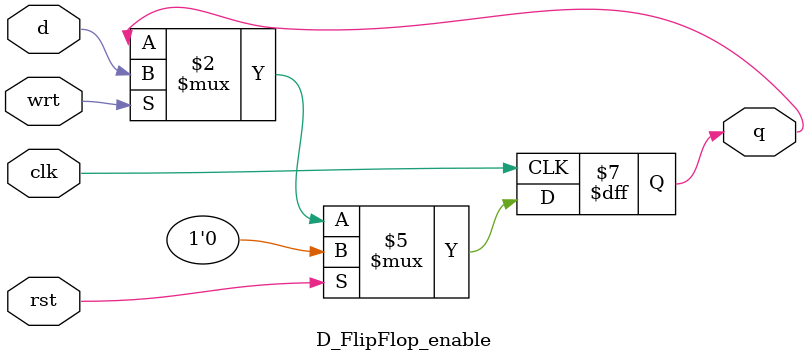
<source format=v>
`timescale 1ns / 1ps


module D_FlipFlop_enable(clk, rst, wrt, d, // inputs
			  q);               // outputs

input  clk, rst, wrt, d;
output q;
reg    q;

always @ (posedge clk)
	if (rst) begin
		q <= 1'b0;
	end
	else if (wrt) begin
		q <= d;
	end

endmodule

</source>
